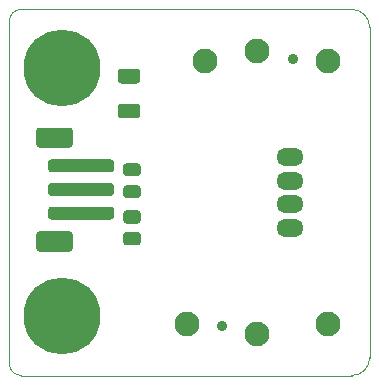
<source format=gbr>
G04 #@! TF.GenerationSoftware,KiCad,Pcbnew,5.1.10*
G04 #@! TF.CreationDate,2021-09-16T01:02:32+02:00*
G04 #@! TF.ProjectId,pressureSensorHolder,70726573-7375-4726-9553-656e736f7248,rev?*
G04 #@! TF.SameCoordinates,Original*
G04 #@! TF.FileFunction,Soldermask,Bot*
G04 #@! TF.FilePolarity,Negative*
%FSLAX46Y46*%
G04 Gerber Fmt 4.6, Leading zero omitted, Abs format (unit mm)*
G04 Created by KiCad (PCBNEW 5.1.10) date 2021-09-16 01:02:32*
%MOMM*%
%LPD*%
G01*
G04 APERTURE LIST*
G04 #@! TA.AperFunction,Profile*
%ADD10C,0.050000*%
G04 #@! TD*
%ADD11O,2.302000X1.502000*%
%ADD12C,2.102000*%
%ADD13C,0.902000*%
%ADD14C,6.502000*%
G04 APERTURE END LIST*
D10*
X128942200Y-99157400D02*
G75*
G02*
X127942200Y-98157400I0J1000000D01*
G01*
X127942200Y-69157400D02*
G75*
G02*
X128942200Y-68157400I1000000J0D01*
G01*
X158442200Y-97657400D02*
G75*
G02*
X156942200Y-99157400I-1500000J0D01*
G01*
X156942200Y-68157400D02*
G75*
G02*
X158442200Y-69657400I0J-1500000D01*
G01*
X158442200Y-97657400D02*
X158442200Y-69657400D01*
X128942200Y-99157400D02*
X156942200Y-99157400D01*
X127942200Y-69157400D02*
X127942200Y-98157400D01*
X156942200Y-68157400D02*
X128942200Y-68157400D01*
X128942200Y-99157400D02*
G75*
G02*
X127942200Y-98157400I0J1000000D01*
G01*
X127942200Y-69157400D02*
G75*
G02*
X128942200Y-68157400I1000000J0D01*
G01*
X158442200Y-97657400D02*
G75*
G02*
X156942200Y-99157400I-1500000J0D01*
G01*
X156942200Y-68157400D02*
G75*
G02*
X158442200Y-69657400I0J-1500000D01*
G01*
X158442200Y-97657400D02*
X158442200Y-69657400D01*
X128942200Y-99157400D02*
X156942200Y-99157400D01*
X127942200Y-69157400D02*
X127942200Y-98157400D01*
X156942200Y-68157400D02*
X128942200Y-68157400D01*
G36*
G01*
X130479137Y-86958400D02*
X133049263Y-86958400D01*
G75*
G02*
X133315200Y-87224337I0J-265937D01*
G01*
X133315200Y-88394463D01*
G75*
G02*
X133049263Y-88660400I-265937J0D01*
G01*
X130479137Y-88660400D01*
G75*
G02*
X130213200Y-88394463I0J265937D01*
G01*
X130213200Y-87224337D01*
G75*
G02*
X130479137Y-86958400I265937J0D01*
G01*
G37*
G36*
G01*
X130479137Y-78158400D02*
X133049263Y-78158400D01*
G75*
G02*
X133315200Y-78424337I0J-265937D01*
G01*
X133315200Y-79594463D01*
G75*
G02*
X133049263Y-79860400I-265937J0D01*
G01*
X130479137Y-79860400D01*
G75*
G02*
X130213200Y-79594463I0J265937D01*
G01*
X130213200Y-78424337D01*
G75*
G02*
X130479137Y-78158400I265937J0D01*
G01*
G37*
G36*
G01*
X131488700Y-84858400D02*
X136539700Y-84858400D01*
G75*
G02*
X136815200Y-85133900I0J-275500D01*
G01*
X136815200Y-85684900D01*
G75*
G02*
X136539700Y-85960400I-275500J0D01*
G01*
X131488700Y-85960400D01*
G75*
G02*
X131213200Y-85684900I0J275500D01*
G01*
X131213200Y-85133900D01*
G75*
G02*
X131488700Y-84858400I275500J0D01*
G01*
G37*
G36*
G01*
X131488700Y-82858400D02*
X136539700Y-82858400D01*
G75*
G02*
X136815200Y-83133900I0J-275500D01*
G01*
X136815200Y-83684900D01*
G75*
G02*
X136539700Y-83960400I-275500J0D01*
G01*
X131488700Y-83960400D01*
G75*
G02*
X131213200Y-83684900I0J275500D01*
G01*
X131213200Y-83133900D01*
G75*
G02*
X131488700Y-82858400I275500J0D01*
G01*
G37*
G36*
G01*
X131488700Y-80858400D02*
X136539700Y-80858400D01*
G75*
G02*
X136815200Y-81133900I0J-275500D01*
G01*
X136815200Y-81684900D01*
G75*
G02*
X136539700Y-81960400I-275500J0D01*
G01*
X131488700Y-81960400D01*
G75*
G02*
X131213200Y-81684900I0J275500D01*
G01*
X131213200Y-81133900D01*
G75*
G02*
X131488700Y-80858400I275500J0D01*
G01*
G37*
G36*
G01*
X137851075Y-87006400D02*
X138803325Y-87006400D01*
G75*
G02*
X139078200Y-87281275I0J-274875D01*
G01*
X139078200Y-87858525D01*
G75*
G02*
X138803325Y-88133400I-274875J0D01*
G01*
X137851075Y-88133400D01*
G75*
G02*
X137576200Y-87858525I0J274875D01*
G01*
X137576200Y-87281275D01*
G75*
G02*
X137851075Y-87006400I274875J0D01*
G01*
G37*
G36*
G01*
X137851075Y-85181400D02*
X138803325Y-85181400D01*
G75*
G02*
X139078200Y-85456275I0J-274875D01*
G01*
X139078200Y-86033525D01*
G75*
G02*
X138803325Y-86308400I-274875J0D01*
G01*
X137851075Y-86308400D01*
G75*
G02*
X137576200Y-86033525I0J274875D01*
G01*
X137576200Y-85456275D01*
G75*
G02*
X137851075Y-85181400I274875J0D01*
G01*
G37*
G36*
G01*
X138808950Y-82258400D02*
X137845450Y-82258400D01*
G75*
G02*
X137576200Y-81989150I0J269250D01*
G01*
X137576200Y-81450650D01*
G75*
G02*
X137845450Y-81181400I269250J0D01*
G01*
X138808950Y-81181400D01*
G75*
G02*
X139078200Y-81450650I0J-269250D01*
G01*
X139078200Y-81989150D01*
G75*
G02*
X138808950Y-82258400I-269250J0D01*
G01*
G37*
G36*
G01*
X138808950Y-84133400D02*
X137845450Y-84133400D01*
G75*
G02*
X137576200Y-83864150I0J269250D01*
G01*
X137576200Y-83325650D01*
G75*
G02*
X137845450Y-83056400I269250J0D01*
G01*
X138808950Y-83056400D01*
G75*
G02*
X139078200Y-83325650I0J-269250D01*
G01*
X139078200Y-83864150D01*
G75*
G02*
X138808950Y-84133400I-269250J0D01*
G01*
G37*
D11*
X151692200Y-80657400D03*
X151692200Y-82657400D03*
X151692200Y-84657400D03*
X151692200Y-86657400D03*
D12*
X154892200Y-72557400D03*
X144492200Y-72557400D03*
X142992200Y-94757400D03*
X154892200Y-94757400D03*
D13*
X151942200Y-72357400D03*
D12*
X148942200Y-71657400D03*
D13*
X145942200Y-94957400D03*
D12*
X148942200Y-95657400D03*
D13*
X134099256Y-92460344D03*
X132402200Y-91757400D03*
X130705144Y-92460344D03*
X130002200Y-94157400D03*
X130705144Y-95854456D03*
X132402200Y-96557400D03*
X134099256Y-95854456D03*
X134802200Y-94157400D03*
D14*
X132402200Y-94157400D03*
D13*
X134099256Y-71460344D03*
X132402200Y-70757400D03*
X130705144Y-71460344D03*
X130002200Y-73157400D03*
X130705144Y-74854456D03*
X132402200Y-75557400D03*
X134099256Y-74854456D03*
X134802200Y-73157400D03*
D14*
X132402200Y-73157400D03*
G36*
G01*
X138765028Y-74432400D02*
X137407372Y-74432400D01*
G75*
G02*
X137135200Y-74160228I0J272172D01*
G01*
X137135200Y-73452572D01*
G75*
G02*
X137407372Y-73180400I272172J0D01*
G01*
X138765028Y-73180400D01*
G75*
G02*
X139037200Y-73452572I0J-272172D01*
G01*
X139037200Y-74160228D01*
G75*
G02*
X138765028Y-74432400I-272172J0D01*
G01*
G37*
G36*
G01*
X138765028Y-77382400D02*
X137407372Y-77382400D01*
G75*
G02*
X137135200Y-77110228I0J272172D01*
G01*
X137135200Y-76402572D01*
G75*
G02*
X137407372Y-76130400I272172J0D01*
G01*
X138765028Y-76130400D01*
G75*
G02*
X139037200Y-76402572I0J-272172D01*
G01*
X139037200Y-77110228D01*
G75*
G02*
X138765028Y-77382400I-272172J0D01*
G01*
G37*
M02*

</source>
